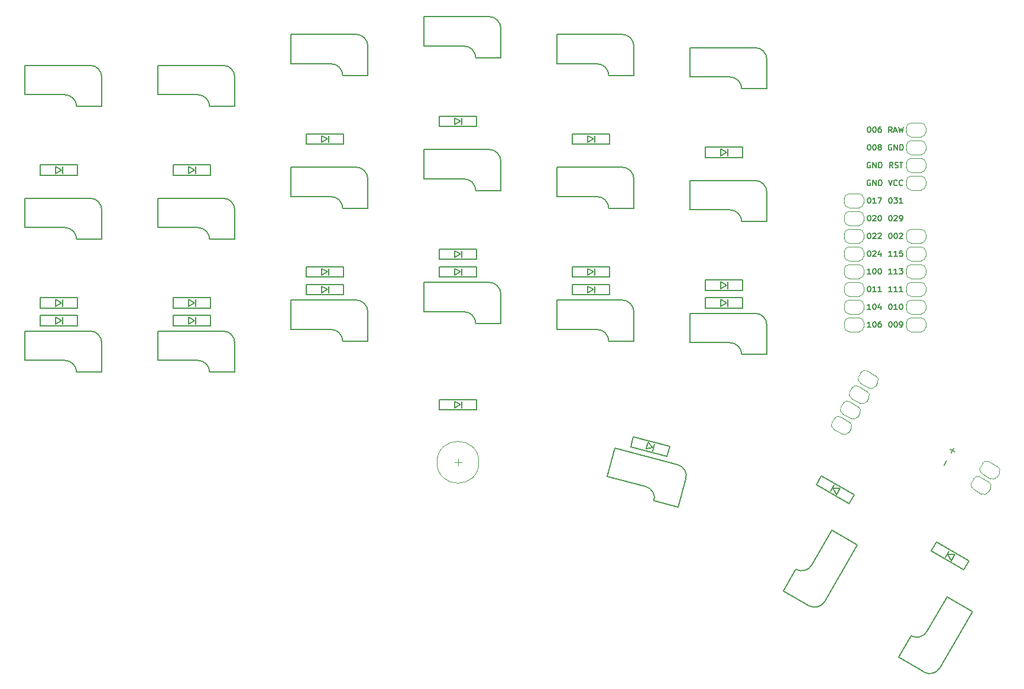
<source format=gbr>
%TF.GenerationSoftware,KiCad,Pcbnew,(5.1.9-0-10_14)*%
%TF.CreationDate,2021-10-14T21:57:33+01:00*%
%TF.ProjectId,edoxpcb,65646f78-7063-4622-9e6b-696361645f70,rev?*%
%TF.SameCoordinates,Original*%
%TF.FileFunction,Legend,Top*%
%TF.FilePolarity,Positive*%
%FSLAX46Y46*%
G04 Gerber Fmt 4.6, Leading zero omitted, Abs format (unit mm)*
G04 Created by KiCad (PCBNEW (5.1.9-0-10_14)) date 2021-10-14 21:57:33*
%MOMM*%
%LPD*%
G01*
G04 APERTURE LIST*
%ADD10C,0.120000*%
%ADD11C,0.150000*%
G04 APERTURE END LIST*
D10*
%TO.C,SW32*%
X32172154Y-59210810D02*
G75*
G03*
X32172154Y-59210810I-3000000J0D01*
G01*
X29172154Y-59710810D02*
X29172154Y-58710810D01*
X29672154Y-59210810D02*
X28672154Y-59210810D01*
D11*
%TO.C,SW25*%
X73406536Y-39526447D02*
X73406536Y-43741447D01*
X62406536Y-37856447D02*
X62406536Y-42066447D01*
X68136536Y-42066447D02*
X62406536Y-42066447D01*
X73406536Y-43741447D02*
X69811536Y-43741447D01*
X71731536Y-37851447D02*
X62406536Y-37851447D01*
X69811536Y-43741447D02*
G75*
G03*
X68136536Y-42066447I-1675000J0D01*
G01*
X73406536Y-39526447D02*
G75*
G03*
X71731536Y-37851447I-1675000J0D01*
G01*
D10*
%TO.C,JPRSTF1*%
X94076533Y-15621449D02*
X95476533Y-15621449D01*
X96176533Y-16321449D02*
X96176533Y-16921449D01*
X95476533Y-17621449D02*
X94076533Y-17621449D01*
X93376533Y-16921449D02*
X93376533Y-16321449D01*
X93376533Y-16321449D02*
G75*
G02*
X94076533Y-15621449I700000J0D01*
G01*
X94076533Y-17621449D02*
G75*
G02*
X93376533Y-16921449I0J700000D01*
G01*
X96176533Y-16921449D02*
G75*
G02*
X95476533Y-17621449I-700000J0D01*
G01*
X95476533Y-15621449D02*
G75*
G02*
X96176533Y-16321449I0J-700000D01*
G01*
%TO.C,JPOVCCF1*%
X85477818Y-52947328D02*
X84265382Y-52247328D01*
X84009164Y-51291111D02*
X84309164Y-50771495D01*
X85265382Y-50515278D02*
X86477818Y-51215278D01*
X86734036Y-52171495D02*
X86434036Y-52691111D01*
X86434035Y-52691111D02*
G75*
G02*
X85477818Y-52947328I-606217J350000D01*
G01*
X86477818Y-51215277D02*
G75*
G02*
X86734036Y-52171495I-350000J-606218D01*
G01*
X84309165Y-50771495D02*
G75*
G02*
X85265382Y-50515278I606217J-350000D01*
G01*
X84265382Y-52247329D02*
G75*
G02*
X84009164Y-51291111I350000J606218D01*
G01*
%TO.C,JPOSDAF1*%
X88017820Y-48547919D02*
X86805384Y-47847919D01*
X86549166Y-46891702D02*
X86849166Y-46372086D01*
X87805384Y-46115869D02*
X89017820Y-46815869D01*
X89274038Y-47772086D02*
X88974038Y-48291702D01*
X88974037Y-48291702D02*
G75*
G02*
X88017820Y-48547919I-606217J350000D01*
G01*
X89017820Y-46815868D02*
G75*
G02*
X89274038Y-47772086I-350000J-606218D01*
G01*
X86849167Y-46372086D02*
G75*
G02*
X87805384Y-46115869I606217J-350000D01*
G01*
X86805384Y-47847920D02*
G75*
G02*
X86549166Y-46891702I350000J606218D01*
G01*
%TO.C,JPOSCLF1*%
X86747822Y-50747622D02*
X85535386Y-50047622D01*
X85279168Y-49091405D02*
X85579168Y-48571789D01*
X86535386Y-48315572D02*
X87747822Y-49015572D01*
X88004040Y-49971789D02*
X87704040Y-50491405D01*
X87704039Y-50491405D02*
G75*
G02*
X86747822Y-50747622I-606217J350000D01*
G01*
X87747822Y-49015571D02*
G75*
G02*
X88004040Y-49971789I-350000J-606218D01*
G01*
X85579169Y-48571789D02*
G75*
G02*
X86535386Y-48315572I606217J-350000D01*
G01*
X85535386Y-50047623D02*
G75*
G02*
X85279168Y-49091405I350000J606218D01*
G01*
%TO.C,JPOGNDF1*%
X84207819Y-55147032D02*
X82995383Y-54447032D01*
X82739165Y-53490815D02*
X83039165Y-52971199D01*
X83995383Y-52714982D02*
X85207819Y-53414982D01*
X85464037Y-54371199D02*
X85164037Y-54890815D01*
X85164036Y-54890815D02*
G75*
G02*
X84207819Y-55147032I-606217J350000D01*
G01*
X85207819Y-53414981D02*
G75*
G02*
X85464037Y-54371199I-350000J-606218D01*
G01*
X83039166Y-52971199D02*
G75*
G02*
X83995383Y-52714982I606217J-350000D01*
G01*
X82995383Y-54447033D02*
G75*
G02*
X82739165Y-53490815I350000J606218D01*
G01*
D11*
%TO.C,SW35*%
X95901442Y-89294514D02*
X92251145Y-87187014D01*
X102847704Y-80603234D02*
X99201738Y-78498234D01*
X96336738Y-83460560D02*
X99201738Y-78498234D01*
X92251145Y-87187014D02*
X94048645Y-84073653D01*
X98189535Y-88681421D02*
X102852035Y-80605734D01*
X94048645Y-84073653D02*
G75*
G03*
X96336738Y-83460560I837500J1450593D01*
G01*
X95901442Y-89294514D02*
G75*
G03*
X98189535Y-88681421I837500J1450593D01*
G01*
%TO.C,SW34*%
X79403444Y-79769515D02*
X75753147Y-77662015D01*
X86349706Y-71078235D02*
X82703740Y-68973235D01*
X79838740Y-73935561D02*
X82703740Y-68973235D01*
X75753147Y-77662015D02*
X77550647Y-74548654D01*
X81691537Y-79156422D02*
X86354037Y-71080735D01*
X77550647Y-74548654D02*
G75*
G03*
X79838740Y-73935561I837500J1450593D01*
G01*
X79403444Y-79769515D02*
G75*
G03*
X81691537Y-79156422I837500J1450593D01*
G01*
%TO.C,SW33*%
X61812287Y-61607397D02*
X60721364Y-65678774D01*
X51619330Y-57147291D02*
X50529702Y-61213839D01*
X56064457Y-62696872D02*
X50529702Y-61213839D01*
X60721364Y-65678774D02*
X57248861Y-64748320D01*
X60627883Y-59555949D02*
X51620625Y-57142461D01*
X57248861Y-64748320D02*
G75*
G03*
X56064457Y-62696872I-1617926J433522D01*
G01*
X61812287Y-61607397D02*
G75*
G03*
X60627883Y-59555949I-1617926J433522D01*
G01*
%TO.C,SW24*%
X54356532Y-37621449D02*
X54356532Y-41836449D01*
X43356532Y-35951449D02*
X43356532Y-40161449D01*
X49086532Y-40161449D02*
X43356532Y-40161449D01*
X54356532Y-41836449D02*
X50761532Y-41836449D01*
X52681532Y-35946449D02*
X43356532Y-35946449D01*
X50761532Y-41836449D02*
G75*
G03*
X49086532Y-40161449I-1675000J0D01*
G01*
X54356532Y-37621449D02*
G75*
G03*
X52681532Y-35946449I-1675000J0D01*
G01*
%TO.C,SW23*%
X35306535Y-35081449D02*
X35306535Y-39296449D01*
X24306535Y-33411449D02*
X24306535Y-37621449D01*
X30036535Y-37621449D02*
X24306535Y-37621449D01*
X35306535Y-39296449D02*
X31711535Y-39296449D01*
X33631535Y-33406449D02*
X24306535Y-33406449D01*
X31711535Y-39296449D02*
G75*
G03*
X30036535Y-37621449I-1675000J0D01*
G01*
X35306535Y-35081449D02*
G75*
G03*
X33631535Y-33406449I-1675000J0D01*
G01*
%TO.C,SW22*%
X16256532Y-37621449D02*
X16256532Y-41836449D01*
X5256532Y-35951449D02*
X5256532Y-40161449D01*
X10986532Y-40161449D02*
X5256532Y-40161449D01*
X16256532Y-41836449D02*
X12661532Y-41836449D01*
X14581532Y-35946449D02*
X5256532Y-35946449D01*
X12661532Y-41836449D02*
G75*
G03*
X10986532Y-40161449I-1675000J0D01*
G01*
X16256532Y-37621449D02*
G75*
G03*
X14581532Y-35946449I-1675000J0D01*
G01*
%TO.C,SW21*%
X-2793468Y-42066449D02*
X-2793468Y-46281449D01*
X-13793468Y-40396449D02*
X-13793468Y-44606449D01*
X-8063468Y-44606449D02*
X-13793468Y-44606449D01*
X-2793468Y-46281449D02*
X-6388468Y-46281449D01*
X-4468468Y-40391449D02*
X-13793468Y-40391449D01*
X-6388468Y-46281449D02*
G75*
G03*
X-8063468Y-44606449I-1675000J0D01*
G01*
X-2793468Y-42066449D02*
G75*
G03*
X-4468468Y-40391449I-1675000J0D01*
G01*
%TO.C,SW20*%
X-21843468Y-42066449D02*
X-21843468Y-46281449D01*
X-32843468Y-40396449D02*
X-32843468Y-44606449D01*
X-27113468Y-44606449D02*
X-32843468Y-44606449D01*
X-21843468Y-46281449D02*
X-25438468Y-46281449D01*
X-23518468Y-40391449D02*
X-32843468Y-40391449D01*
X-25438468Y-46281449D02*
G75*
G03*
X-27113468Y-44606449I-1675000J0D01*
G01*
X-21843468Y-42066449D02*
G75*
G03*
X-23518468Y-40391449I-1675000J0D01*
G01*
%TO.C,SW15*%
X73406534Y-20476446D02*
X73406534Y-24691446D01*
X62406534Y-18806446D02*
X62406534Y-23016446D01*
X68136534Y-23016446D02*
X62406534Y-23016446D01*
X73406534Y-24691446D02*
X69811534Y-24691446D01*
X71731534Y-18801446D02*
X62406534Y-18801446D01*
X69811534Y-24691446D02*
G75*
G03*
X68136534Y-23016446I-1675000J0D01*
G01*
X73406534Y-20476446D02*
G75*
G03*
X71731534Y-18801446I-1675000J0D01*
G01*
%TO.C,SW14*%
X54356532Y-18571449D02*
X54356532Y-22786449D01*
X43356532Y-16901449D02*
X43356532Y-21111449D01*
X49086532Y-21111449D02*
X43356532Y-21111449D01*
X54356532Y-22786449D02*
X50761532Y-22786449D01*
X52681532Y-16896449D02*
X43356532Y-16896449D01*
X50761532Y-22786449D02*
G75*
G03*
X49086532Y-21111449I-1675000J0D01*
G01*
X54356532Y-18571449D02*
G75*
G03*
X52681532Y-16896449I-1675000J0D01*
G01*
%TO.C,SW13*%
X35306535Y-16031449D02*
X35306535Y-20246449D01*
X24306535Y-14361449D02*
X24306535Y-18571449D01*
X30036535Y-18571449D02*
X24306535Y-18571449D01*
X35306535Y-20246449D02*
X31711535Y-20246449D01*
X33631535Y-14356449D02*
X24306535Y-14356449D01*
X31711535Y-20246449D02*
G75*
G03*
X30036535Y-18571449I-1675000J0D01*
G01*
X35306535Y-16031449D02*
G75*
G03*
X33631535Y-14356449I-1675000J0D01*
G01*
%TO.C,SW12*%
X16256535Y-18571450D02*
X16256535Y-22786450D01*
X5256535Y-16901450D02*
X5256535Y-21111450D01*
X10986535Y-21111450D02*
X5256535Y-21111450D01*
X16256535Y-22786450D02*
X12661535Y-22786450D01*
X14581535Y-16896450D02*
X5256535Y-16896450D01*
X12661535Y-22786450D02*
G75*
G03*
X10986535Y-21111450I-1675000J0D01*
G01*
X16256535Y-18571450D02*
G75*
G03*
X14581535Y-16896450I-1675000J0D01*
G01*
%TO.C,SW11*%
X-2793469Y-23016449D02*
X-2793469Y-27231449D01*
X-13793469Y-21346449D02*
X-13793469Y-25556449D01*
X-8063469Y-25556449D02*
X-13793469Y-25556449D01*
X-2793469Y-27231449D02*
X-6388469Y-27231449D01*
X-4468469Y-21341449D02*
X-13793469Y-21341449D01*
X-6388469Y-27231449D02*
G75*
G03*
X-8063469Y-25556449I-1675000J0D01*
G01*
X-2793469Y-23016449D02*
G75*
G03*
X-4468469Y-21341449I-1675000J0D01*
G01*
%TO.C,SW10*%
X-21843468Y-23016449D02*
X-21843468Y-27231449D01*
X-32843468Y-21346449D02*
X-32843468Y-25556449D01*
X-27113468Y-25556449D02*
X-32843468Y-25556449D01*
X-21843468Y-27231449D02*
X-25438468Y-27231449D01*
X-23518468Y-21341449D02*
X-32843468Y-21341449D01*
X-25438468Y-27231449D02*
G75*
G03*
X-27113468Y-25556449I-1675000J0D01*
G01*
X-21843468Y-23016449D02*
G75*
G03*
X-23518468Y-21341449I-1675000J0D01*
G01*
%TO.C,SW5*%
X73406531Y-1426449D02*
X73406531Y-5641449D01*
X62406531Y243551D02*
X62406531Y-3966449D01*
X68136531Y-3966449D02*
X62406531Y-3966449D01*
X73406531Y-5641449D02*
X69811531Y-5641449D01*
X71731531Y248551D02*
X62406531Y248551D01*
X69811531Y-5641449D02*
G75*
G03*
X68136531Y-3966449I-1675000J0D01*
G01*
X73406531Y-1426449D02*
G75*
G03*
X71731531Y248551I-1675000J0D01*
G01*
%TO.C,SW4*%
X54356532Y478549D02*
X54356532Y-3736451D01*
X43356532Y2148549D02*
X43356532Y-2061451D01*
X49086532Y-2061451D02*
X43356532Y-2061451D01*
X54356532Y-3736451D02*
X50761532Y-3736451D01*
X52681532Y2153549D02*
X43356532Y2153549D01*
X50761532Y-3736451D02*
G75*
G03*
X49086532Y-2061451I-1675000J0D01*
G01*
X54356532Y478549D02*
G75*
G03*
X52681532Y2153549I-1675000J0D01*
G01*
%TO.C,SW3*%
X35306534Y3018550D02*
X35306534Y-1196450D01*
X24306534Y4688550D02*
X24306534Y478550D01*
X30036534Y478550D02*
X24306534Y478550D01*
X35306534Y-1196450D02*
X31711534Y-1196450D01*
X33631534Y4693550D02*
X24306534Y4693550D01*
X31711534Y-1196450D02*
G75*
G03*
X30036534Y478550I-1675000J0D01*
G01*
X35306534Y3018550D02*
G75*
G03*
X33631534Y4693550I-1675000J0D01*
G01*
%TO.C,SW2*%
X16256536Y478550D02*
X16256536Y-3736450D01*
X5256536Y2148550D02*
X5256536Y-2061450D01*
X10986536Y-2061450D02*
X5256536Y-2061450D01*
X16256536Y-3736450D02*
X12661536Y-3736450D01*
X14581536Y2153550D02*
X5256536Y2153550D01*
X12661536Y-3736450D02*
G75*
G03*
X10986536Y-2061450I-1675000J0D01*
G01*
X16256536Y478550D02*
G75*
G03*
X14581536Y2153550I-1675000J0D01*
G01*
%TO.C,SW1*%
X-2793469Y-3966451D02*
X-2793469Y-8181451D01*
X-13793469Y-2296451D02*
X-13793469Y-6506451D01*
X-8063469Y-6506451D02*
X-13793469Y-6506451D01*
X-2793469Y-8181451D02*
X-6388469Y-8181451D01*
X-4468469Y-2291451D02*
X-13793469Y-2291451D01*
X-6388469Y-8181451D02*
G75*
G03*
X-8063469Y-6506451I-1675000J0D01*
G01*
X-2793469Y-3966451D02*
G75*
G03*
X-4468469Y-2291451I-1675000J0D01*
G01*
%TO.C,SW0*%
X-21843464Y-3966449D02*
X-21843464Y-8181449D01*
X-32843464Y-2296449D02*
X-32843464Y-6506449D01*
X-27113464Y-6506449D02*
X-32843464Y-6506449D01*
X-21843464Y-8181449D02*
X-25438464Y-8181449D01*
X-23518464Y-2291449D02*
X-32843464Y-2291449D01*
X-25438464Y-8181449D02*
G75*
G03*
X-27113464Y-6506449I-1675000J0D01*
G01*
X-21843464Y-3966449D02*
G75*
G03*
X-23518464Y-2291449I-1675000J0D01*
G01*
D10*
%TO.C,JP-F1*%
X105445307Y-61543621D02*
X104232871Y-60843621D01*
X103976653Y-59887404D02*
X104276653Y-59367788D01*
X105232871Y-59111571D02*
X106445307Y-59811571D01*
X106701525Y-60767788D02*
X106401525Y-61287404D01*
X106401524Y-61287404D02*
G75*
G02*
X105445307Y-61543621I-606217J350000D01*
G01*
X106445307Y-59811570D02*
G75*
G02*
X106701525Y-60767788I-350000J-606218D01*
G01*
X104276654Y-59367788D02*
G75*
G02*
X105232871Y-59111571I606217J-350000D01*
G01*
X104232871Y-60843622D02*
G75*
G02*
X103976653Y-59887404I350000J606218D01*
G01*
%TO.C,JP+F1*%
X104175307Y-63743326D02*
X102962871Y-63043326D01*
X102706653Y-62087109D02*
X103006653Y-61567493D01*
X103962871Y-61311276D02*
X105175307Y-62011276D01*
X105431525Y-62967493D02*
X105131525Y-63487109D01*
X105131524Y-63487109D02*
G75*
G02*
X104175307Y-63743326I-606217J350000D01*
G01*
X105175307Y-62011275D02*
G75*
G02*
X105431525Y-62967493I-350000J-606218D01*
G01*
X103006654Y-61567493D02*
G75*
G02*
X103962871Y-61311276I606217J-350000D01*
G01*
X102962871Y-63043327D02*
G75*
G02*
X102706653Y-62087109I350000J606218D01*
G01*
%TO.C,JPVCCF1*%
X94076531Y-18161447D02*
X95476531Y-18161447D01*
X96176531Y-18861447D02*
X96176531Y-19461447D01*
X95476531Y-20161447D02*
X94076531Y-20161447D01*
X93376531Y-19461447D02*
X93376531Y-18861447D01*
X93376531Y-18861447D02*
G75*
G02*
X94076531Y-18161447I700000J0D01*
G01*
X94076531Y-20161447D02*
G75*
G02*
X93376531Y-19461447I0J700000D01*
G01*
X96176531Y-19461447D02*
G75*
G02*
X95476531Y-20161447I-700000J0D01*
G01*
X95476531Y-18161447D02*
G75*
G02*
X96176531Y-18861447I0J-700000D01*
G01*
%TO.C,JPSDAF1*%
X86586533Y-22701449D02*
X85186533Y-22701449D01*
X84486533Y-22001449D02*
X84486533Y-21401449D01*
X85186533Y-20701449D02*
X86586533Y-20701449D01*
X87286533Y-21401449D02*
X87286533Y-22001449D01*
X87286533Y-22001449D02*
G75*
G02*
X86586533Y-22701449I-700000J0D01*
G01*
X86586533Y-20701449D02*
G75*
G02*
X87286533Y-21401449I0J-700000D01*
G01*
X84486533Y-21401449D02*
G75*
G02*
X85186533Y-20701449I700000J0D01*
G01*
X85186533Y-22701449D02*
G75*
G02*
X84486533Y-22001449I0J700000D01*
G01*
%TO.C,JPSCLF1*%
X86601532Y-25241445D02*
X85201532Y-25241445D01*
X84501532Y-24541445D02*
X84501532Y-23941445D01*
X85201532Y-23241445D02*
X86601532Y-23241445D01*
X87301532Y-23941445D02*
X87301532Y-24541445D01*
X87301532Y-24541445D02*
G75*
G02*
X86601532Y-25241445I-700000J0D01*
G01*
X86601532Y-23241445D02*
G75*
G02*
X87301532Y-23941445I0J-700000D01*
G01*
X84501532Y-23941445D02*
G75*
G02*
X85201532Y-23241445I700000J0D01*
G01*
X85201532Y-25241445D02*
G75*
G02*
X84501532Y-24541445I0J700000D01*
G01*
%TO.C,JPR3F1*%
X86601531Y-40481448D02*
X85201531Y-40481448D01*
X84501531Y-39781448D02*
X84501531Y-39181448D01*
X85201531Y-38481448D02*
X86601531Y-38481448D01*
X87301531Y-39181448D02*
X87301531Y-39781448D01*
X87301531Y-39781448D02*
G75*
G02*
X86601531Y-40481448I-700000J0D01*
G01*
X86601531Y-38481448D02*
G75*
G02*
X87301531Y-39181448I0J-700000D01*
G01*
X84501531Y-39181448D02*
G75*
G02*
X85201531Y-38481448I700000J0D01*
G01*
X85201531Y-40481448D02*
G75*
G02*
X84501531Y-39781448I0J700000D01*
G01*
%TO.C,JPR2F1*%
X86601534Y-37941449D02*
X85201534Y-37941449D01*
X84501534Y-37241449D02*
X84501534Y-36641449D01*
X85201534Y-35941449D02*
X86601534Y-35941449D01*
X87301534Y-36641449D02*
X87301534Y-37241449D01*
X87301534Y-37241449D02*
G75*
G02*
X86601534Y-37941449I-700000J0D01*
G01*
X86601534Y-35941449D02*
G75*
G02*
X87301534Y-36641449I0J-700000D01*
G01*
X84501534Y-36641449D02*
G75*
G02*
X85201534Y-35941449I700000J0D01*
G01*
X85201534Y-37941449D02*
G75*
G02*
X84501534Y-37241449I0J700000D01*
G01*
%TO.C,JPR1F1*%
X86601531Y-35401448D02*
X85201531Y-35401448D01*
X84501531Y-34701448D02*
X84501531Y-34101448D01*
X85201531Y-33401448D02*
X86601531Y-33401448D01*
X87301531Y-34101448D02*
X87301531Y-34701448D01*
X87301531Y-34701448D02*
G75*
G02*
X86601531Y-35401448I-700000J0D01*
G01*
X86601531Y-33401448D02*
G75*
G02*
X87301531Y-34101448I0J-700000D01*
G01*
X84501531Y-34101448D02*
G75*
G02*
X85201531Y-33401448I700000J0D01*
G01*
X85201531Y-35401448D02*
G75*
G02*
X84501531Y-34701448I0J700000D01*
G01*
%TO.C,JPR0F1*%
X86601532Y-32861448D02*
X85201532Y-32861448D01*
X84501532Y-32161448D02*
X84501532Y-31561448D01*
X85201532Y-30861448D02*
X86601532Y-30861448D01*
X87301532Y-31561448D02*
X87301532Y-32161448D01*
X87301532Y-32161448D02*
G75*
G02*
X86601532Y-32861448I-700000J0D01*
G01*
X86601532Y-30861448D02*
G75*
G02*
X87301532Y-31561448I0J-700000D01*
G01*
X84501532Y-31561448D02*
G75*
G02*
X85201532Y-30861448I700000J0D01*
G01*
X85201532Y-32861448D02*
G75*
G02*
X84501532Y-32161448I0J700000D01*
G01*
%TO.C,JPGNDF1*%
X94076531Y-13081450D02*
X95476531Y-13081450D01*
X96176531Y-13781450D02*
X96176531Y-14381450D01*
X95476531Y-15081450D02*
X94076531Y-15081450D01*
X93376531Y-14381450D02*
X93376531Y-13781450D01*
X93376531Y-13781450D02*
G75*
G02*
X94076531Y-13081450I700000J0D01*
G01*
X94076531Y-15081450D02*
G75*
G02*
X93376531Y-14381450I0J700000D01*
G01*
X96176531Y-14381450D02*
G75*
G02*
X95476531Y-15081450I-700000J0D01*
G01*
X95476531Y-13081450D02*
G75*
G02*
X96176531Y-13781450I0J-700000D01*
G01*
%TO.C,JPEBF1*%
X86586534Y-30321450D02*
X85186534Y-30321450D01*
X84486534Y-29621450D02*
X84486534Y-29021450D01*
X85186534Y-28321450D02*
X86586534Y-28321450D01*
X87286534Y-29021450D02*
X87286534Y-29621450D01*
X87286534Y-29621450D02*
G75*
G02*
X86586534Y-30321450I-700000J0D01*
G01*
X86586534Y-28321450D02*
G75*
G02*
X87286534Y-29021450I0J-700000D01*
G01*
X84486534Y-29021450D02*
G75*
G02*
X85186534Y-28321450I700000J0D01*
G01*
X85186534Y-30321450D02*
G75*
G02*
X84486534Y-29621450I0J700000D01*
G01*
%TO.C,JPEAF1*%
X86586536Y-27781451D02*
X85186536Y-27781451D01*
X84486536Y-27081451D02*
X84486536Y-26481451D01*
X85186536Y-25781451D02*
X86586536Y-25781451D01*
X87286536Y-26481451D02*
X87286536Y-27081451D01*
X87286536Y-27081451D02*
G75*
G02*
X86586536Y-27781451I-700000J0D01*
G01*
X86586536Y-25781451D02*
G75*
G02*
X87286536Y-26481451I0J-700000D01*
G01*
X84486536Y-26481451D02*
G75*
G02*
X85186536Y-25781451I700000J0D01*
G01*
X85186536Y-27781451D02*
G75*
G02*
X84486536Y-27081451I0J700000D01*
G01*
%TO.C,JPC5F1*%
X94076532Y-38481446D02*
X95476532Y-38481446D01*
X96176532Y-39181446D02*
X96176532Y-39781446D01*
X95476532Y-40481446D02*
X94076532Y-40481446D01*
X93376532Y-39781446D02*
X93376532Y-39181446D01*
X93376532Y-39181446D02*
G75*
G02*
X94076532Y-38481446I700000J0D01*
G01*
X94076532Y-40481446D02*
G75*
G02*
X93376532Y-39781446I0J700000D01*
G01*
X96176532Y-39781446D02*
G75*
G02*
X95476532Y-40481446I-700000J0D01*
G01*
X95476532Y-38481446D02*
G75*
G02*
X96176532Y-39181446I0J-700000D01*
G01*
%TO.C,JPC4F1*%
X94076532Y-35941449D02*
X95476532Y-35941449D01*
X96176532Y-36641449D02*
X96176532Y-37241449D01*
X95476532Y-37941449D02*
X94076532Y-37941449D01*
X93376532Y-37241449D02*
X93376532Y-36641449D01*
X93376532Y-36641449D02*
G75*
G02*
X94076532Y-35941449I700000J0D01*
G01*
X94076532Y-37941449D02*
G75*
G02*
X93376532Y-37241449I0J700000D01*
G01*
X96176532Y-37241449D02*
G75*
G02*
X95476532Y-37941449I-700000J0D01*
G01*
X95476532Y-35941449D02*
G75*
G02*
X96176532Y-36641449I0J-700000D01*
G01*
%TO.C,JPC3F1*%
X94076532Y-33401446D02*
X95476532Y-33401446D01*
X96176532Y-34101446D02*
X96176532Y-34701446D01*
X95476532Y-35401446D02*
X94076532Y-35401446D01*
X93376532Y-34701446D02*
X93376532Y-34101446D01*
X93376532Y-34101446D02*
G75*
G02*
X94076532Y-33401446I700000J0D01*
G01*
X94076532Y-35401446D02*
G75*
G02*
X93376532Y-34701446I0J700000D01*
G01*
X96176532Y-34701446D02*
G75*
G02*
X95476532Y-35401446I-700000J0D01*
G01*
X95476532Y-33401446D02*
G75*
G02*
X96176532Y-34101446I0J-700000D01*
G01*
%TO.C,JPC2F1*%
X94076533Y-30861450D02*
X95476533Y-30861450D01*
X96176533Y-31561450D02*
X96176533Y-32161450D01*
X95476533Y-32861450D02*
X94076533Y-32861450D01*
X93376533Y-32161450D02*
X93376533Y-31561450D01*
X93376533Y-31561450D02*
G75*
G02*
X94076533Y-30861450I700000J0D01*
G01*
X94076533Y-32861450D02*
G75*
G02*
X93376533Y-32161450I0J700000D01*
G01*
X96176533Y-32161450D02*
G75*
G02*
X95476533Y-32861450I-700000J0D01*
G01*
X95476533Y-30861450D02*
G75*
G02*
X96176533Y-31561450I0J-700000D01*
G01*
%TO.C,JPC1F1*%
X94076534Y-28321450D02*
X95476534Y-28321450D01*
X96176534Y-29021450D02*
X96176534Y-29621450D01*
X95476534Y-30321450D02*
X94076534Y-30321450D01*
X93376534Y-29621450D02*
X93376534Y-29021450D01*
X93376534Y-29021450D02*
G75*
G02*
X94076534Y-28321450I700000J0D01*
G01*
X94076534Y-30321450D02*
G75*
G02*
X93376534Y-29621450I0J700000D01*
G01*
X96176534Y-29621450D02*
G75*
G02*
X95476534Y-30321450I-700000J0D01*
G01*
X95476534Y-28321450D02*
G75*
G02*
X96176534Y-29021450I0J-700000D01*
G01*
%TO.C,JPC0F1*%
X94091533Y-25781449D02*
X95491533Y-25781449D01*
X96191533Y-26481449D02*
X96191533Y-27081449D01*
X95491533Y-27781449D02*
X94091533Y-27781449D01*
X93391533Y-27081449D02*
X93391533Y-26481449D01*
X93391533Y-26481449D02*
G75*
G02*
X94091533Y-25781449I700000J0D01*
G01*
X94091533Y-27781449D02*
G75*
G02*
X93391533Y-27081449I0J700000D01*
G01*
X96191533Y-27081449D02*
G75*
G02*
X95491533Y-27781449I-700000J0D01*
G01*
X95491533Y-25781449D02*
G75*
G02*
X96191533Y-26481449I0J-700000D01*
G01*
%TO.C,JPBF1*%
X94076532Y-10541448D02*
X95476532Y-10541448D01*
X96176532Y-11241448D02*
X96176532Y-11841448D01*
X95476532Y-12541448D02*
X94076532Y-12541448D01*
X93376532Y-11841448D02*
X93376532Y-11241448D01*
X93376532Y-11241448D02*
G75*
G02*
X94076532Y-10541448I700000J0D01*
G01*
X94076532Y-12541448D02*
G75*
G02*
X93376532Y-11841448I0J700000D01*
G01*
X96176532Y-11841448D02*
G75*
G02*
X95476532Y-12541448I-700000J0D01*
G01*
X95476532Y-10541448D02*
G75*
G02*
X96176532Y-11241448I0J-700000D01*
G01*
D11*
%TO.C,D35*%
X99303124Y-72442629D02*
X100332547Y-72459616D01*
X100332547Y-72459616D02*
X99832547Y-73325642D01*
X99832547Y-73325642D02*
X99303124Y-72442629D01*
X99466521Y-71959616D02*
X98966521Y-72825642D01*
X102362803Y-73343110D02*
X97686265Y-70643110D01*
X97686265Y-70643110D02*
X96936265Y-71942148D01*
X96936265Y-71942148D02*
X101612803Y-74642148D01*
X101612803Y-74642148D02*
X102362803Y-73343110D01*
%TO.C,D34*%
X82849921Y-62943368D02*
X83879344Y-62960355D01*
X83879344Y-62960355D02*
X83379344Y-63826381D01*
X83379344Y-63826381D02*
X82849921Y-62943368D01*
X83013318Y-62460355D02*
X82513318Y-63326381D01*
X85909600Y-63843849D02*
X81233062Y-61143849D01*
X81233062Y-61143849D02*
X80483062Y-62442887D01*
X80483062Y-62442887D02*
X85159600Y-65142887D01*
X85159600Y-65142887D02*
X85909600Y-63843849D01*
%TO.C,D33*%
X57094452Y-57056256D02*
X56095710Y-57306281D01*
X56095710Y-57306281D02*
X56354529Y-56340356D01*
X56354529Y-56340356D02*
X57094452Y-57056256D01*
X57061635Y-57565100D02*
X57320454Y-56599175D01*
X53905968Y-56978361D02*
X59121967Y-58375984D01*
X59121967Y-58375984D02*
X59510196Y-56927095D01*
X59510196Y-56927095D02*
X54294197Y-55529472D01*
X54294197Y-55529472D02*
X53905968Y-56978361D01*
%TO.C,D32*%
X29571534Y-50956449D02*
X28671534Y-51456449D01*
X28671534Y-51456449D02*
X28671534Y-50456449D01*
X28671534Y-50456449D02*
X29571534Y-50956449D01*
X29671534Y-51456449D02*
X29671534Y-50456449D01*
X26471534Y-51706449D02*
X31871534Y-51706449D01*
X31871534Y-51706449D02*
X31871534Y-50206449D01*
X31871534Y-50206449D02*
X26471534Y-50206449D01*
X26471534Y-50206449D02*
X26471534Y-51706449D01*
%TO.C,D25*%
X67671534Y-36351450D02*
X66771534Y-36851450D01*
X66771534Y-36851450D02*
X66771534Y-35851450D01*
X66771534Y-35851450D02*
X67671534Y-36351450D01*
X67771534Y-36851450D02*
X67771534Y-35851450D01*
X64571534Y-37101450D02*
X69971534Y-37101450D01*
X69971534Y-37101450D02*
X69971534Y-35601450D01*
X69971534Y-35601450D02*
X64571534Y-35601450D01*
X64571534Y-35601450D02*
X64571534Y-37101450D01*
%TO.C,D24*%
X48621532Y-34446448D02*
X47721532Y-34946448D01*
X47721532Y-34946448D02*
X47721532Y-33946448D01*
X47721532Y-33946448D02*
X48621532Y-34446448D01*
X48721532Y-34946448D02*
X48721532Y-33946448D01*
X45521532Y-35196448D02*
X50921532Y-35196448D01*
X50921532Y-35196448D02*
X50921532Y-33696448D01*
X50921532Y-33696448D02*
X45521532Y-33696448D01*
X45521532Y-33696448D02*
X45521532Y-35196448D01*
%TO.C,D23*%
X29571535Y-31906451D02*
X28671535Y-32406451D01*
X28671535Y-32406451D02*
X28671535Y-31406451D01*
X28671535Y-31406451D02*
X29571535Y-31906451D01*
X29671535Y-32406451D02*
X29671535Y-31406451D01*
X26471535Y-32656451D02*
X31871535Y-32656451D01*
X31871535Y-32656451D02*
X31871535Y-31156451D01*
X31871535Y-31156451D02*
X26471535Y-31156451D01*
X26471535Y-31156451D02*
X26471535Y-32656451D01*
%TO.C,D22*%
X10521534Y-34446447D02*
X9621534Y-34946447D01*
X9621534Y-34946447D02*
X9621534Y-33946447D01*
X9621534Y-33946447D02*
X10521534Y-34446447D01*
X10621534Y-34946447D02*
X10621534Y-33946447D01*
X7421534Y-35196447D02*
X12821534Y-35196447D01*
X12821534Y-35196447D02*
X12821534Y-33696447D01*
X12821534Y-33696447D02*
X7421534Y-33696447D01*
X7421534Y-33696447D02*
X7421534Y-35196447D01*
%TO.C,D21*%
X-8528469Y-38891448D02*
X-9428469Y-39391448D01*
X-9428469Y-39391448D02*
X-9428469Y-38391448D01*
X-9428469Y-38391448D02*
X-8528469Y-38891448D01*
X-8428469Y-39391448D02*
X-8428469Y-38391448D01*
X-11628469Y-39641448D02*
X-6228469Y-39641448D01*
X-6228469Y-39641448D02*
X-6228469Y-38141448D01*
X-6228469Y-38141448D02*
X-11628469Y-38141448D01*
X-11628469Y-38141448D02*
X-11628469Y-39641448D01*
%TO.C,D20*%
X-27578468Y-38891447D02*
X-28478468Y-39391447D01*
X-28478468Y-39391447D02*
X-28478468Y-38391447D01*
X-28478468Y-38391447D02*
X-27578468Y-38891447D01*
X-27478468Y-39391447D02*
X-27478468Y-38391447D01*
X-30678468Y-39641447D02*
X-25278468Y-39641447D01*
X-25278468Y-39641447D02*
X-25278468Y-38141447D01*
X-25278468Y-38141447D02*
X-30678468Y-38141447D01*
X-30678468Y-38141447D02*
X-30678468Y-39641447D01*
%TO.C,D15*%
X67671534Y-33811446D02*
X66771534Y-34311446D01*
X66771534Y-34311446D02*
X66771534Y-33311446D01*
X66771534Y-33311446D02*
X67671534Y-33811446D01*
X67771534Y-34311446D02*
X67771534Y-33311446D01*
X64571534Y-34561446D02*
X69971534Y-34561446D01*
X69971534Y-34561446D02*
X69971534Y-33061446D01*
X69971534Y-33061446D02*
X64571534Y-33061446D01*
X64571534Y-33061446D02*
X64571534Y-34561446D01*
%TO.C,D14*%
X48621534Y-31906448D02*
X47721534Y-32406448D01*
X47721534Y-32406448D02*
X47721534Y-31406448D01*
X47721534Y-31406448D02*
X48621534Y-31906448D01*
X48721534Y-32406448D02*
X48721534Y-31406448D01*
X45521534Y-32656448D02*
X50921534Y-32656448D01*
X50921534Y-32656448D02*
X50921534Y-31156448D01*
X50921534Y-31156448D02*
X45521534Y-31156448D01*
X45521534Y-31156448D02*
X45521534Y-32656448D01*
%TO.C,D13*%
X29571535Y-29366447D02*
X28671535Y-29866447D01*
X28671535Y-29866447D02*
X28671535Y-28866447D01*
X28671535Y-28866447D02*
X29571535Y-29366447D01*
X29671535Y-29866447D02*
X29671535Y-28866447D01*
X26471535Y-30116447D02*
X31871535Y-30116447D01*
X31871535Y-30116447D02*
X31871535Y-28616447D01*
X31871535Y-28616447D02*
X26471535Y-28616447D01*
X26471535Y-28616447D02*
X26471535Y-30116447D01*
%TO.C,D12*%
X10521534Y-31906449D02*
X9621534Y-32406449D01*
X9621534Y-32406449D02*
X9621534Y-31406449D01*
X9621534Y-31406449D02*
X10521534Y-31906449D01*
X10621534Y-32406449D02*
X10621534Y-31406449D01*
X7421534Y-32656449D02*
X12821534Y-32656449D01*
X12821534Y-32656449D02*
X12821534Y-31156449D01*
X12821534Y-31156449D02*
X7421534Y-31156449D01*
X7421534Y-31156449D02*
X7421534Y-32656449D01*
%TO.C,D11*%
X-8528469Y-36351444D02*
X-9428469Y-36851444D01*
X-9428469Y-36851444D02*
X-9428469Y-35851444D01*
X-9428469Y-35851444D02*
X-8528469Y-36351444D01*
X-8428469Y-36851444D02*
X-8428469Y-35851444D01*
X-11628469Y-37101444D02*
X-6228469Y-37101444D01*
X-6228469Y-37101444D02*
X-6228469Y-35601444D01*
X-6228469Y-35601444D02*
X-11628469Y-35601444D01*
X-11628469Y-35601444D02*
X-11628469Y-37101444D01*
%TO.C,D10*%
X-27578468Y-36351448D02*
X-28478468Y-36851448D01*
X-28478468Y-36851448D02*
X-28478468Y-35851448D01*
X-28478468Y-35851448D02*
X-27578468Y-36351448D01*
X-27478468Y-36851448D02*
X-27478468Y-35851448D01*
X-30678468Y-37101448D02*
X-25278468Y-37101448D01*
X-25278468Y-37101448D02*
X-25278468Y-35601448D01*
X-25278468Y-35601448D02*
X-30678468Y-35601448D01*
X-30678468Y-35601448D02*
X-30678468Y-37101448D01*
%TO.C,D5*%
X67671533Y-14761449D02*
X66771533Y-15261449D01*
X66771533Y-15261449D02*
X66771533Y-14261449D01*
X66771533Y-14261449D02*
X67671533Y-14761449D01*
X67771533Y-15261449D02*
X67771533Y-14261449D01*
X64571533Y-15511449D02*
X69971533Y-15511449D01*
X69971533Y-15511449D02*
X69971533Y-14011449D01*
X69971533Y-14011449D02*
X64571533Y-14011449D01*
X64571533Y-14011449D02*
X64571533Y-15511449D01*
%TO.C,D4*%
X48621533Y-12856447D02*
X47721533Y-13356447D01*
X47721533Y-13356447D02*
X47721533Y-12356447D01*
X47721533Y-12356447D02*
X48621533Y-12856447D01*
X48721533Y-13356447D02*
X48721533Y-12356447D01*
X45521533Y-13606447D02*
X50921533Y-13606447D01*
X50921533Y-13606447D02*
X50921533Y-12106447D01*
X50921533Y-12106447D02*
X45521533Y-12106447D01*
X45521533Y-12106447D02*
X45521533Y-13606447D01*
%TO.C,D3*%
X29571531Y-10316447D02*
X28671531Y-10816447D01*
X28671531Y-10816447D02*
X28671531Y-9816447D01*
X28671531Y-9816447D02*
X29571531Y-10316447D01*
X29671531Y-10816447D02*
X29671531Y-9816447D01*
X26471531Y-11066447D02*
X31871531Y-11066447D01*
X31871531Y-11066447D02*
X31871531Y-9566447D01*
X31871531Y-9566447D02*
X26471531Y-9566447D01*
X26471531Y-9566447D02*
X26471531Y-11066447D01*
%TO.C,D2*%
X10521533Y-12856448D02*
X9621533Y-13356448D01*
X9621533Y-13356448D02*
X9621533Y-12356448D01*
X9621533Y-12356448D02*
X10521533Y-12856448D01*
X10621533Y-13356448D02*
X10621533Y-12356448D01*
X7421533Y-13606448D02*
X12821533Y-13606448D01*
X12821533Y-13606448D02*
X12821533Y-12106448D01*
X12821533Y-12106448D02*
X7421533Y-12106448D01*
X7421533Y-12106448D02*
X7421533Y-13606448D01*
%TO.C,D1*%
X-8528468Y-17301447D02*
X-9428468Y-17801447D01*
X-9428468Y-17801447D02*
X-9428468Y-16801447D01*
X-9428468Y-16801447D02*
X-8528468Y-17301447D01*
X-8428468Y-17801447D02*
X-8428468Y-16801447D01*
X-11628468Y-18051447D02*
X-6228468Y-18051447D01*
X-6228468Y-18051447D02*
X-6228468Y-16551447D01*
X-6228468Y-16551447D02*
X-11628468Y-16551447D01*
X-11628468Y-16551447D02*
X-11628468Y-18051447D01*
%TO.C,D0*%
X-27578465Y-17301451D02*
X-28478465Y-17801451D01*
X-28478465Y-17801451D02*
X-28478465Y-16801451D01*
X-28478465Y-16801451D02*
X-27578465Y-17301451D01*
X-27478465Y-17801451D02*
X-27478465Y-16801451D01*
X-30678465Y-18051451D02*
X-25278465Y-18051451D01*
X-25278465Y-18051451D02*
X-25278465Y-16551451D01*
X-25278465Y-16551451D02*
X-30678465Y-16551451D01*
X-30678465Y-16551451D02*
X-30678465Y-18051451D01*
%TO.C,U0*%
X91337199Y-29683354D02*
X90880056Y-29683354D01*
X91108628Y-29683354D02*
X91108628Y-28883354D01*
X91032437Y-28997640D01*
X90956247Y-29073830D01*
X90880056Y-29111926D01*
X92099104Y-29683354D02*
X91641961Y-29683354D01*
X91870533Y-29683354D02*
X91870533Y-28883354D01*
X91794342Y-28997640D01*
X91718152Y-29073830D01*
X91641961Y-29111926D01*
X92822913Y-28883354D02*
X92441961Y-28883354D01*
X92403866Y-29264307D01*
X92441961Y-29226211D01*
X92518152Y-29188116D01*
X92708628Y-29188116D01*
X92784818Y-29226211D01*
X92822913Y-29264307D01*
X92861009Y-29340497D01*
X92861009Y-29530973D01*
X92822913Y-29607164D01*
X92784818Y-29645259D01*
X92708628Y-29683354D01*
X92518152Y-29683354D01*
X92441961Y-29645259D01*
X92403866Y-29607164D01*
X91318152Y-11903354D02*
X91051485Y-11522402D01*
X90861009Y-11903354D02*
X90861009Y-11103354D01*
X91165771Y-11103354D01*
X91241961Y-11141450D01*
X91280056Y-11179545D01*
X91318152Y-11255735D01*
X91318152Y-11370021D01*
X91280056Y-11446211D01*
X91241961Y-11484307D01*
X91165771Y-11522402D01*
X90861009Y-11522402D01*
X91622913Y-11674783D02*
X92003866Y-11674783D01*
X91546723Y-11903354D02*
X91813390Y-11103354D01*
X92080056Y-11903354D01*
X92270533Y-11103354D02*
X92461009Y-11903354D01*
X92613390Y-11331926D01*
X92765771Y-11903354D01*
X92956247Y-11103354D01*
X91261009Y-13681450D02*
X91184818Y-13643354D01*
X91070533Y-13643354D01*
X90956247Y-13681450D01*
X90880056Y-13757640D01*
X90841961Y-13833830D01*
X90803866Y-13986211D01*
X90803866Y-14100497D01*
X90841961Y-14252878D01*
X90880056Y-14329069D01*
X90956247Y-14405259D01*
X91070533Y-14443354D01*
X91146723Y-14443354D01*
X91261009Y-14405259D01*
X91299104Y-14367164D01*
X91299104Y-14100497D01*
X91146723Y-14100497D01*
X91641961Y-14443354D02*
X91641961Y-13643354D01*
X92099104Y-14443354D01*
X92099104Y-13643354D01*
X92480056Y-14443354D02*
X92480056Y-13643354D01*
X92670533Y-13643354D01*
X92784818Y-13681450D01*
X92861009Y-13757640D01*
X92899104Y-13833830D01*
X92937199Y-13986211D01*
X92937199Y-14100497D01*
X92899104Y-14252878D01*
X92861009Y-14329069D01*
X92784818Y-14405259D01*
X92670533Y-14443354D01*
X92480056Y-14443354D01*
X91432437Y-16983354D02*
X91165771Y-16602402D01*
X90975294Y-16983354D02*
X90975294Y-16183354D01*
X91280056Y-16183354D01*
X91356247Y-16221450D01*
X91394342Y-16259545D01*
X91432437Y-16335735D01*
X91432437Y-16450021D01*
X91394342Y-16526211D01*
X91356247Y-16564307D01*
X91280056Y-16602402D01*
X90975294Y-16602402D01*
X91737199Y-16945259D02*
X91851485Y-16983354D01*
X92041961Y-16983354D01*
X92118152Y-16945259D01*
X92156247Y-16907164D01*
X92194342Y-16830973D01*
X92194342Y-16754783D01*
X92156247Y-16678592D01*
X92118152Y-16640497D01*
X92041961Y-16602402D01*
X91889580Y-16564307D01*
X91813390Y-16526211D01*
X91775294Y-16488116D01*
X91737199Y-16411926D01*
X91737199Y-16335735D01*
X91775294Y-16259545D01*
X91813390Y-16221450D01*
X91889580Y-16183354D01*
X92080056Y-16183354D01*
X92194342Y-16221450D01*
X92422913Y-16183354D02*
X92880056Y-16183354D01*
X92651485Y-16983354D02*
X92651485Y-16183354D01*
X90803866Y-18723354D02*
X91070533Y-19523354D01*
X91337199Y-18723354D01*
X92061009Y-19447164D02*
X92022913Y-19485259D01*
X91908628Y-19523354D01*
X91832437Y-19523354D01*
X91718152Y-19485259D01*
X91641961Y-19409069D01*
X91603866Y-19332878D01*
X91565771Y-19180497D01*
X91565771Y-19066211D01*
X91603866Y-18913830D01*
X91641961Y-18837640D01*
X91718152Y-18761450D01*
X91832437Y-18723354D01*
X91908628Y-18723354D01*
X92022913Y-18761450D01*
X92061009Y-18799545D01*
X92861009Y-19447164D02*
X92822913Y-19485259D01*
X92708628Y-19523354D01*
X92632437Y-19523354D01*
X92518152Y-19485259D01*
X92441961Y-19409069D01*
X92403866Y-19332878D01*
X92365771Y-19180497D01*
X92365771Y-19066211D01*
X92403866Y-18913830D01*
X92441961Y-18837640D01*
X92518152Y-18761450D01*
X92632437Y-18723354D01*
X92708628Y-18723354D01*
X92822913Y-18761450D01*
X92861009Y-18799545D01*
X91070533Y-23803354D02*
X91146723Y-23803354D01*
X91222913Y-23841450D01*
X91261009Y-23879545D01*
X91299104Y-23955735D01*
X91337199Y-24108116D01*
X91337199Y-24298592D01*
X91299104Y-24450973D01*
X91261009Y-24527164D01*
X91222913Y-24565259D01*
X91146723Y-24603354D01*
X91070533Y-24603354D01*
X90994342Y-24565259D01*
X90956247Y-24527164D01*
X90918152Y-24450973D01*
X90880056Y-24298592D01*
X90880056Y-24108116D01*
X90918152Y-23955735D01*
X90956247Y-23879545D01*
X90994342Y-23841450D01*
X91070533Y-23803354D01*
X91641961Y-23879545D02*
X91680056Y-23841450D01*
X91756247Y-23803354D01*
X91946723Y-23803354D01*
X92022913Y-23841450D01*
X92061009Y-23879545D01*
X92099104Y-23955735D01*
X92099104Y-24031926D01*
X92061009Y-24146211D01*
X91603866Y-24603354D01*
X92099104Y-24603354D01*
X92480056Y-24603354D02*
X92632437Y-24603354D01*
X92708628Y-24565259D01*
X92746723Y-24527164D01*
X92822913Y-24412878D01*
X92861009Y-24260497D01*
X92861009Y-23955735D01*
X92822913Y-23879545D01*
X92784818Y-23841450D01*
X92708628Y-23803354D01*
X92556247Y-23803354D01*
X92480056Y-23841450D01*
X92441961Y-23879545D01*
X92403866Y-23955735D01*
X92403866Y-24146211D01*
X92441961Y-24222402D01*
X92480056Y-24260497D01*
X92556247Y-24298592D01*
X92708628Y-24298592D01*
X92784818Y-24260497D01*
X92822913Y-24222402D01*
X92861009Y-24146211D01*
X91070533Y-36503354D02*
X91146723Y-36503354D01*
X91222913Y-36541450D01*
X91261009Y-36579545D01*
X91299104Y-36655735D01*
X91337199Y-36808116D01*
X91337199Y-36998592D01*
X91299104Y-37150973D01*
X91261009Y-37227164D01*
X91222913Y-37265259D01*
X91146723Y-37303354D01*
X91070533Y-37303354D01*
X90994342Y-37265259D01*
X90956247Y-37227164D01*
X90918152Y-37150973D01*
X90880056Y-36998592D01*
X90880056Y-36808116D01*
X90918152Y-36655735D01*
X90956247Y-36579545D01*
X90994342Y-36541450D01*
X91070533Y-36503354D01*
X92099104Y-37303354D02*
X91641961Y-37303354D01*
X91870533Y-37303354D02*
X91870533Y-36503354D01*
X91794342Y-36617640D01*
X91718152Y-36693830D01*
X91641961Y-36731926D01*
X92594342Y-36503354D02*
X92670533Y-36503354D01*
X92746723Y-36541450D01*
X92784818Y-36579545D01*
X92822913Y-36655735D01*
X92861009Y-36808116D01*
X92861009Y-36998592D01*
X92822913Y-37150973D01*
X92784818Y-37227164D01*
X92746723Y-37265259D01*
X92670533Y-37303354D01*
X92594342Y-37303354D01*
X92518152Y-37265259D01*
X92480056Y-37227164D01*
X92441961Y-37150973D01*
X92403866Y-36998592D01*
X92403866Y-36808116D01*
X92441961Y-36655735D01*
X92480056Y-36579545D01*
X92518152Y-36541450D01*
X92594342Y-36503354D01*
X91070533Y-21263354D02*
X91146723Y-21263354D01*
X91222913Y-21301450D01*
X91261009Y-21339545D01*
X91299104Y-21415735D01*
X91337199Y-21568116D01*
X91337199Y-21758592D01*
X91299104Y-21910973D01*
X91261009Y-21987164D01*
X91222913Y-22025259D01*
X91146723Y-22063354D01*
X91070533Y-22063354D01*
X90994342Y-22025259D01*
X90956247Y-21987164D01*
X90918152Y-21910973D01*
X90880056Y-21758592D01*
X90880056Y-21568116D01*
X90918152Y-21415735D01*
X90956247Y-21339545D01*
X90994342Y-21301450D01*
X91070533Y-21263354D01*
X91603866Y-21263354D02*
X92099104Y-21263354D01*
X91832437Y-21568116D01*
X91946723Y-21568116D01*
X92022913Y-21606211D01*
X92061009Y-21644307D01*
X92099104Y-21720497D01*
X92099104Y-21910973D01*
X92061009Y-21987164D01*
X92022913Y-22025259D01*
X91946723Y-22063354D01*
X91718152Y-22063354D01*
X91641961Y-22025259D01*
X91603866Y-21987164D01*
X92861009Y-22063354D02*
X92403866Y-22063354D01*
X92632437Y-22063354D02*
X92632437Y-21263354D01*
X92556247Y-21377640D01*
X92480056Y-21453830D01*
X92403866Y-21491926D01*
X91070533Y-39043354D02*
X91146723Y-39043354D01*
X91222913Y-39081450D01*
X91261009Y-39119545D01*
X91299104Y-39195735D01*
X91337199Y-39348116D01*
X91337199Y-39538592D01*
X91299104Y-39690973D01*
X91261009Y-39767164D01*
X91222913Y-39805259D01*
X91146723Y-39843354D01*
X91070533Y-39843354D01*
X90994342Y-39805259D01*
X90956247Y-39767164D01*
X90918152Y-39690973D01*
X90880056Y-39538592D01*
X90880056Y-39348116D01*
X90918152Y-39195735D01*
X90956247Y-39119545D01*
X90994342Y-39081450D01*
X91070533Y-39043354D01*
X91832437Y-39043354D02*
X91908628Y-39043354D01*
X91984818Y-39081450D01*
X92022913Y-39119545D01*
X92061009Y-39195735D01*
X92099104Y-39348116D01*
X92099104Y-39538592D01*
X92061009Y-39690973D01*
X92022913Y-39767164D01*
X91984818Y-39805259D01*
X91908628Y-39843354D01*
X91832437Y-39843354D01*
X91756247Y-39805259D01*
X91718152Y-39767164D01*
X91680056Y-39690973D01*
X91641961Y-39538592D01*
X91641961Y-39348116D01*
X91680056Y-39195735D01*
X91718152Y-39119545D01*
X91756247Y-39081450D01*
X91832437Y-39043354D01*
X92480056Y-39843354D02*
X92632437Y-39843354D01*
X92708628Y-39805259D01*
X92746723Y-39767164D01*
X92822913Y-39652878D01*
X92861009Y-39500497D01*
X92861009Y-39195735D01*
X92822913Y-39119545D01*
X92784818Y-39081450D01*
X92708628Y-39043354D01*
X92556247Y-39043354D01*
X92480056Y-39081450D01*
X92441961Y-39119545D01*
X92403866Y-39195735D01*
X92403866Y-39386211D01*
X92441961Y-39462402D01*
X92480056Y-39500497D01*
X92556247Y-39538592D01*
X92708628Y-39538592D01*
X92784818Y-39500497D01*
X92822913Y-39462402D01*
X92861009Y-39386211D01*
X91337199Y-34763354D02*
X90880056Y-34763354D01*
X91108628Y-34763354D02*
X91108628Y-33963354D01*
X91032437Y-34077640D01*
X90956247Y-34153830D01*
X90880056Y-34191926D01*
X92099104Y-34763354D02*
X91641961Y-34763354D01*
X91870533Y-34763354D02*
X91870533Y-33963354D01*
X91794342Y-34077640D01*
X91718152Y-34153830D01*
X91641961Y-34191926D01*
X92861009Y-34763354D02*
X92403866Y-34763354D01*
X92632437Y-34763354D02*
X92632437Y-33963354D01*
X92556247Y-34077640D01*
X92480056Y-34153830D01*
X92403866Y-34191926D01*
X91070533Y-26343354D02*
X91146723Y-26343354D01*
X91222913Y-26381450D01*
X91261009Y-26419545D01*
X91299104Y-26495735D01*
X91337199Y-26648116D01*
X91337199Y-26838592D01*
X91299104Y-26990973D01*
X91261009Y-27067164D01*
X91222913Y-27105259D01*
X91146723Y-27143354D01*
X91070533Y-27143354D01*
X90994342Y-27105259D01*
X90956247Y-27067164D01*
X90918152Y-26990973D01*
X90880056Y-26838592D01*
X90880056Y-26648116D01*
X90918152Y-26495735D01*
X90956247Y-26419545D01*
X90994342Y-26381450D01*
X91070533Y-26343354D01*
X91832437Y-26343354D02*
X91908628Y-26343354D01*
X91984818Y-26381450D01*
X92022913Y-26419545D01*
X92061009Y-26495735D01*
X92099104Y-26648116D01*
X92099104Y-26838592D01*
X92061009Y-26990973D01*
X92022913Y-27067164D01*
X91984818Y-27105259D01*
X91908628Y-27143354D01*
X91832437Y-27143354D01*
X91756247Y-27105259D01*
X91718152Y-27067164D01*
X91680056Y-26990973D01*
X91641961Y-26838592D01*
X91641961Y-26648116D01*
X91680056Y-26495735D01*
X91718152Y-26419545D01*
X91756247Y-26381450D01*
X91832437Y-26343354D01*
X92403866Y-26419545D02*
X92441961Y-26381450D01*
X92518152Y-26343354D01*
X92708628Y-26343354D01*
X92784818Y-26381450D01*
X92822913Y-26419545D01*
X92861009Y-26495735D01*
X92861009Y-26571926D01*
X92822913Y-26686211D01*
X92365771Y-27143354D01*
X92861009Y-27143354D01*
X91337199Y-32223354D02*
X90880056Y-32223354D01*
X91108628Y-32223354D02*
X91108628Y-31423354D01*
X91032437Y-31537640D01*
X90956247Y-31613830D01*
X90880056Y-31651926D01*
X92099104Y-32223354D02*
X91641961Y-32223354D01*
X91870533Y-32223354D02*
X91870533Y-31423354D01*
X91794342Y-31537640D01*
X91718152Y-31613830D01*
X91641961Y-31651926D01*
X92365771Y-31423354D02*
X92861009Y-31423354D01*
X92594342Y-31728116D01*
X92708628Y-31728116D01*
X92784818Y-31766211D01*
X92822913Y-31804307D01*
X92861009Y-31880497D01*
X92861009Y-32070973D01*
X92822913Y-32147164D01*
X92784818Y-32185259D01*
X92708628Y-32223354D01*
X92480056Y-32223354D01*
X92403866Y-32185259D01*
X92365771Y-32147164D01*
X88022533Y-28883354D02*
X88098723Y-28883354D01*
X88174913Y-28921450D01*
X88213009Y-28959545D01*
X88251104Y-29035735D01*
X88289199Y-29188116D01*
X88289199Y-29378592D01*
X88251104Y-29530973D01*
X88213009Y-29607164D01*
X88174913Y-29645259D01*
X88098723Y-29683354D01*
X88022533Y-29683354D01*
X87946342Y-29645259D01*
X87908247Y-29607164D01*
X87870152Y-29530973D01*
X87832056Y-29378592D01*
X87832056Y-29188116D01*
X87870152Y-29035735D01*
X87908247Y-28959545D01*
X87946342Y-28921450D01*
X88022533Y-28883354D01*
X88593961Y-28959545D02*
X88632056Y-28921450D01*
X88708247Y-28883354D01*
X88898723Y-28883354D01*
X88974913Y-28921450D01*
X89013009Y-28959545D01*
X89051104Y-29035735D01*
X89051104Y-29111926D01*
X89013009Y-29226211D01*
X88555866Y-29683354D01*
X89051104Y-29683354D01*
X89736818Y-29150021D02*
X89736818Y-29683354D01*
X89546342Y-28845259D02*
X89355866Y-29416688D01*
X89851104Y-29416688D01*
X88289199Y-32223354D02*
X87832056Y-32223354D01*
X88060628Y-32223354D02*
X88060628Y-31423354D01*
X87984437Y-31537640D01*
X87908247Y-31613830D01*
X87832056Y-31651926D01*
X88784437Y-31423354D02*
X88860628Y-31423354D01*
X88936818Y-31461450D01*
X88974913Y-31499545D01*
X89013009Y-31575735D01*
X89051104Y-31728116D01*
X89051104Y-31918592D01*
X89013009Y-32070973D01*
X88974913Y-32147164D01*
X88936818Y-32185259D01*
X88860628Y-32223354D01*
X88784437Y-32223354D01*
X88708247Y-32185259D01*
X88670152Y-32147164D01*
X88632056Y-32070973D01*
X88593961Y-31918592D01*
X88593961Y-31728116D01*
X88632056Y-31575735D01*
X88670152Y-31499545D01*
X88708247Y-31461450D01*
X88784437Y-31423354D01*
X89546342Y-31423354D02*
X89622533Y-31423354D01*
X89698723Y-31461450D01*
X89736818Y-31499545D01*
X89774913Y-31575735D01*
X89813009Y-31728116D01*
X89813009Y-31918592D01*
X89774913Y-32070973D01*
X89736818Y-32147164D01*
X89698723Y-32185259D01*
X89622533Y-32223354D01*
X89546342Y-32223354D01*
X89470152Y-32185259D01*
X89432056Y-32147164D01*
X89393961Y-32070973D01*
X89355866Y-31918592D01*
X89355866Y-31728116D01*
X89393961Y-31575735D01*
X89432056Y-31499545D01*
X89470152Y-31461450D01*
X89546342Y-31423354D01*
X88289199Y-37303354D02*
X87832056Y-37303354D01*
X88060628Y-37303354D02*
X88060628Y-36503354D01*
X87984437Y-36617640D01*
X87908247Y-36693830D01*
X87832056Y-36731926D01*
X88784437Y-36503354D02*
X88860628Y-36503354D01*
X88936818Y-36541450D01*
X88974913Y-36579545D01*
X89013009Y-36655735D01*
X89051104Y-36808116D01*
X89051104Y-36998592D01*
X89013009Y-37150973D01*
X88974913Y-37227164D01*
X88936818Y-37265259D01*
X88860628Y-37303354D01*
X88784437Y-37303354D01*
X88708247Y-37265259D01*
X88670152Y-37227164D01*
X88632056Y-37150973D01*
X88593961Y-36998592D01*
X88593961Y-36808116D01*
X88632056Y-36655735D01*
X88670152Y-36579545D01*
X88708247Y-36541450D01*
X88784437Y-36503354D01*
X89736818Y-36770021D02*
X89736818Y-37303354D01*
X89546342Y-36465259D02*
X89355866Y-37036688D01*
X89851104Y-37036688D01*
X88289199Y-39843354D02*
X87832056Y-39843354D01*
X88060628Y-39843354D02*
X88060628Y-39043354D01*
X87984437Y-39157640D01*
X87908247Y-39233830D01*
X87832056Y-39271926D01*
X88784437Y-39043354D02*
X88860628Y-39043354D01*
X88936818Y-39081450D01*
X88974913Y-39119545D01*
X89013009Y-39195735D01*
X89051104Y-39348116D01*
X89051104Y-39538592D01*
X89013009Y-39690973D01*
X88974913Y-39767164D01*
X88936818Y-39805259D01*
X88860628Y-39843354D01*
X88784437Y-39843354D01*
X88708247Y-39805259D01*
X88670152Y-39767164D01*
X88632056Y-39690973D01*
X88593961Y-39538592D01*
X88593961Y-39348116D01*
X88632056Y-39195735D01*
X88670152Y-39119545D01*
X88708247Y-39081450D01*
X88784437Y-39043354D01*
X89736818Y-39043354D02*
X89584437Y-39043354D01*
X89508247Y-39081450D01*
X89470152Y-39119545D01*
X89393961Y-39233830D01*
X89355866Y-39386211D01*
X89355866Y-39690973D01*
X89393961Y-39767164D01*
X89432056Y-39805259D01*
X89508247Y-39843354D01*
X89660628Y-39843354D01*
X89736818Y-39805259D01*
X89774913Y-39767164D01*
X89813009Y-39690973D01*
X89813009Y-39500497D01*
X89774913Y-39424307D01*
X89736818Y-39386211D01*
X89660628Y-39348116D01*
X89508247Y-39348116D01*
X89432056Y-39386211D01*
X89393961Y-39424307D01*
X89355866Y-39500497D01*
X88022533Y-33963354D02*
X88098723Y-33963354D01*
X88174913Y-34001450D01*
X88213009Y-34039545D01*
X88251104Y-34115735D01*
X88289199Y-34268116D01*
X88289199Y-34458592D01*
X88251104Y-34610973D01*
X88213009Y-34687164D01*
X88174913Y-34725259D01*
X88098723Y-34763354D01*
X88022533Y-34763354D01*
X87946342Y-34725259D01*
X87908247Y-34687164D01*
X87870152Y-34610973D01*
X87832056Y-34458592D01*
X87832056Y-34268116D01*
X87870152Y-34115735D01*
X87908247Y-34039545D01*
X87946342Y-34001450D01*
X88022533Y-33963354D01*
X89051104Y-34763354D02*
X88593961Y-34763354D01*
X88822533Y-34763354D02*
X88822533Y-33963354D01*
X88746342Y-34077640D01*
X88670152Y-34153830D01*
X88593961Y-34191926D01*
X89813009Y-34763354D02*
X89355866Y-34763354D01*
X89584437Y-34763354D02*
X89584437Y-33963354D01*
X89508247Y-34077640D01*
X89432056Y-34153830D01*
X89355866Y-34191926D01*
X88022533Y-26343354D02*
X88098723Y-26343354D01*
X88174913Y-26381450D01*
X88213009Y-26419545D01*
X88251104Y-26495735D01*
X88289199Y-26648116D01*
X88289199Y-26838592D01*
X88251104Y-26990973D01*
X88213009Y-27067164D01*
X88174913Y-27105259D01*
X88098723Y-27143354D01*
X88022533Y-27143354D01*
X87946342Y-27105259D01*
X87908247Y-27067164D01*
X87870152Y-26990973D01*
X87832056Y-26838592D01*
X87832056Y-26648116D01*
X87870152Y-26495735D01*
X87908247Y-26419545D01*
X87946342Y-26381450D01*
X88022533Y-26343354D01*
X88593961Y-26419545D02*
X88632056Y-26381450D01*
X88708247Y-26343354D01*
X88898723Y-26343354D01*
X88974913Y-26381450D01*
X89013009Y-26419545D01*
X89051104Y-26495735D01*
X89051104Y-26571926D01*
X89013009Y-26686211D01*
X88555866Y-27143354D01*
X89051104Y-27143354D01*
X89355866Y-26419545D02*
X89393961Y-26381450D01*
X89470152Y-26343354D01*
X89660628Y-26343354D01*
X89736818Y-26381450D01*
X89774913Y-26419545D01*
X89813009Y-26495735D01*
X89813009Y-26571926D01*
X89774913Y-26686211D01*
X89317771Y-27143354D01*
X89813009Y-27143354D01*
X88022533Y-21263354D02*
X88098723Y-21263354D01*
X88174913Y-21301450D01*
X88213009Y-21339545D01*
X88251104Y-21415735D01*
X88289199Y-21568116D01*
X88289199Y-21758592D01*
X88251104Y-21910973D01*
X88213009Y-21987164D01*
X88174913Y-22025259D01*
X88098723Y-22063354D01*
X88022533Y-22063354D01*
X87946342Y-22025259D01*
X87908247Y-21987164D01*
X87870152Y-21910973D01*
X87832056Y-21758592D01*
X87832056Y-21568116D01*
X87870152Y-21415735D01*
X87908247Y-21339545D01*
X87946342Y-21301450D01*
X88022533Y-21263354D01*
X89051104Y-22063354D02*
X88593961Y-22063354D01*
X88822533Y-22063354D02*
X88822533Y-21263354D01*
X88746342Y-21377640D01*
X88670152Y-21453830D01*
X88593961Y-21491926D01*
X89317771Y-21263354D02*
X89851104Y-21263354D01*
X89508247Y-22063354D01*
X88022533Y-23803354D02*
X88098723Y-23803354D01*
X88174913Y-23841450D01*
X88213009Y-23879545D01*
X88251104Y-23955735D01*
X88289199Y-24108116D01*
X88289199Y-24298592D01*
X88251104Y-24450973D01*
X88213009Y-24527164D01*
X88174913Y-24565259D01*
X88098723Y-24603354D01*
X88022533Y-24603354D01*
X87946342Y-24565259D01*
X87908247Y-24527164D01*
X87870152Y-24450973D01*
X87832056Y-24298592D01*
X87832056Y-24108116D01*
X87870152Y-23955735D01*
X87908247Y-23879545D01*
X87946342Y-23841450D01*
X88022533Y-23803354D01*
X88593961Y-23879545D02*
X88632056Y-23841450D01*
X88708247Y-23803354D01*
X88898723Y-23803354D01*
X88974913Y-23841450D01*
X89013009Y-23879545D01*
X89051104Y-23955735D01*
X89051104Y-24031926D01*
X89013009Y-24146211D01*
X88555866Y-24603354D01*
X89051104Y-24603354D01*
X89546342Y-23803354D02*
X89622533Y-23803354D01*
X89698723Y-23841450D01*
X89736818Y-23879545D01*
X89774913Y-23955735D01*
X89813009Y-24108116D01*
X89813009Y-24298592D01*
X89774913Y-24450973D01*
X89736818Y-24527164D01*
X89698723Y-24565259D01*
X89622533Y-24603354D01*
X89546342Y-24603354D01*
X89470152Y-24565259D01*
X89432056Y-24527164D01*
X89393961Y-24450973D01*
X89355866Y-24298592D01*
X89355866Y-24108116D01*
X89393961Y-23955735D01*
X89432056Y-23879545D01*
X89470152Y-23841450D01*
X89546342Y-23803354D01*
X88213009Y-18761450D02*
X88136818Y-18723354D01*
X88022533Y-18723354D01*
X87908247Y-18761450D01*
X87832056Y-18837640D01*
X87793961Y-18913830D01*
X87755866Y-19066211D01*
X87755866Y-19180497D01*
X87793961Y-19332878D01*
X87832056Y-19409069D01*
X87908247Y-19485259D01*
X88022533Y-19523354D01*
X88098723Y-19523354D01*
X88213009Y-19485259D01*
X88251104Y-19447164D01*
X88251104Y-19180497D01*
X88098723Y-19180497D01*
X88593961Y-19523354D02*
X88593961Y-18723354D01*
X89051104Y-19523354D01*
X89051104Y-18723354D01*
X89432056Y-19523354D02*
X89432056Y-18723354D01*
X89622533Y-18723354D01*
X89736818Y-18761450D01*
X89813009Y-18837640D01*
X89851104Y-18913830D01*
X89889199Y-19066211D01*
X89889199Y-19180497D01*
X89851104Y-19332878D01*
X89813009Y-19409069D01*
X89736818Y-19485259D01*
X89622533Y-19523354D01*
X89432056Y-19523354D01*
X88213009Y-16221450D02*
X88136818Y-16183354D01*
X88022533Y-16183354D01*
X87908247Y-16221450D01*
X87832056Y-16297640D01*
X87793961Y-16373830D01*
X87755866Y-16526211D01*
X87755866Y-16640497D01*
X87793961Y-16792878D01*
X87832056Y-16869069D01*
X87908247Y-16945259D01*
X88022533Y-16983354D01*
X88098723Y-16983354D01*
X88213009Y-16945259D01*
X88251104Y-16907164D01*
X88251104Y-16640497D01*
X88098723Y-16640497D01*
X88593961Y-16983354D02*
X88593961Y-16183354D01*
X89051104Y-16983354D01*
X89051104Y-16183354D01*
X89432056Y-16983354D02*
X89432056Y-16183354D01*
X89622533Y-16183354D01*
X89736818Y-16221450D01*
X89813009Y-16297640D01*
X89851104Y-16373830D01*
X89889199Y-16526211D01*
X89889199Y-16640497D01*
X89851104Y-16792878D01*
X89813009Y-16869069D01*
X89736818Y-16945259D01*
X89622533Y-16983354D01*
X89432056Y-16983354D01*
X88022533Y-13643354D02*
X88098723Y-13643354D01*
X88174913Y-13681450D01*
X88213009Y-13719545D01*
X88251104Y-13795735D01*
X88289199Y-13948116D01*
X88289199Y-14138592D01*
X88251104Y-14290973D01*
X88213009Y-14367164D01*
X88174913Y-14405259D01*
X88098723Y-14443354D01*
X88022533Y-14443354D01*
X87946342Y-14405259D01*
X87908247Y-14367164D01*
X87870152Y-14290973D01*
X87832056Y-14138592D01*
X87832056Y-13948116D01*
X87870152Y-13795735D01*
X87908247Y-13719545D01*
X87946342Y-13681450D01*
X88022533Y-13643354D01*
X88784437Y-13643354D02*
X88860628Y-13643354D01*
X88936818Y-13681450D01*
X88974913Y-13719545D01*
X89013009Y-13795735D01*
X89051104Y-13948116D01*
X89051104Y-14138592D01*
X89013009Y-14290973D01*
X88974913Y-14367164D01*
X88936818Y-14405259D01*
X88860628Y-14443354D01*
X88784437Y-14443354D01*
X88708247Y-14405259D01*
X88670152Y-14367164D01*
X88632056Y-14290973D01*
X88593961Y-14138592D01*
X88593961Y-13948116D01*
X88632056Y-13795735D01*
X88670152Y-13719545D01*
X88708247Y-13681450D01*
X88784437Y-13643354D01*
X89508247Y-13986211D02*
X89432056Y-13948116D01*
X89393961Y-13910021D01*
X89355866Y-13833830D01*
X89355866Y-13795735D01*
X89393961Y-13719545D01*
X89432056Y-13681450D01*
X89508247Y-13643354D01*
X89660628Y-13643354D01*
X89736818Y-13681450D01*
X89774913Y-13719545D01*
X89813009Y-13795735D01*
X89813009Y-13833830D01*
X89774913Y-13910021D01*
X89736818Y-13948116D01*
X89660628Y-13986211D01*
X89508247Y-13986211D01*
X89432056Y-14024307D01*
X89393961Y-14062402D01*
X89355866Y-14138592D01*
X89355866Y-14290973D01*
X89393961Y-14367164D01*
X89432056Y-14405259D01*
X89508247Y-14443354D01*
X89660628Y-14443354D01*
X89736818Y-14405259D01*
X89774913Y-14367164D01*
X89813009Y-14290973D01*
X89813009Y-14138592D01*
X89774913Y-14062402D01*
X89736818Y-14024307D01*
X89660628Y-13986211D01*
X88022533Y-11103354D02*
X88098723Y-11103354D01*
X88174913Y-11141450D01*
X88213009Y-11179545D01*
X88251104Y-11255735D01*
X88289199Y-11408116D01*
X88289199Y-11598592D01*
X88251104Y-11750973D01*
X88213009Y-11827164D01*
X88174913Y-11865259D01*
X88098723Y-11903354D01*
X88022533Y-11903354D01*
X87946342Y-11865259D01*
X87908247Y-11827164D01*
X87870152Y-11750973D01*
X87832056Y-11598592D01*
X87832056Y-11408116D01*
X87870152Y-11255735D01*
X87908247Y-11179545D01*
X87946342Y-11141450D01*
X88022533Y-11103354D01*
X88784437Y-11103354D02*
X88860628Y-11103354D01*
X88936818Y-11141450D01*
X88974913Y-11179545D01*
X89013009Y-11255735D01*
X89051104Y-11408116D01*
X89051104Y-11598592D01*
X89013009Y-11750973D01*
X88974913Y-11827164D01*
X88936818Y-11865259D01*
X88860628Y-11903354D01*
X88784437Y-11903354D01*
X88708247Y-11865259D01*
X88670152Y-11827164D01*
X88632056Y-11750973D01*
X88593961Y-11598592D01*
X88593961Y-11408116D01*
X88632056Y-11255735D01*
X88670152Y-11179545D01*
X88708247Y-11141450D01*
X88784437Y-11103354D01*
X89736818Y-11103354D02*
X89584437Y-11103354D01*
X89508247Y-11141450D01*
X89470152Y-11179545D01*
X89393961Y-11293830D01*
X89355866Y-11446211D01*
X89355866Y-11750973D01*
X89393961Y-11827164D01*
X89432056Y-11865259D01*
X89508247Y-11903354D01*
X89660628Y-11903354D01*
X89736818Y-11865259D01*
X89774913Y-11827164D01*
X89813009Y-11750973D01*
X89813009Y-11560497D01*
X89774913Y-11484307D01*
X89736818Y-11446211D01*
X89660628Y-11408116D01*
X89508247Y-11408116D01*
X89432056Y-11446211D01*
X89393961Y-11484307D01*
X89355866Y-11560497D01*
%TO.C,BT1*%
X99804181Y-57865196D02*
X100185134Y-57205367D01*
X100324572Y-57725758D02*
X99664743Y-57344806D01*
X98788181Y-59624960D02*
X99169134Y-58965131D01*
%TD*%
M02*

</source>
